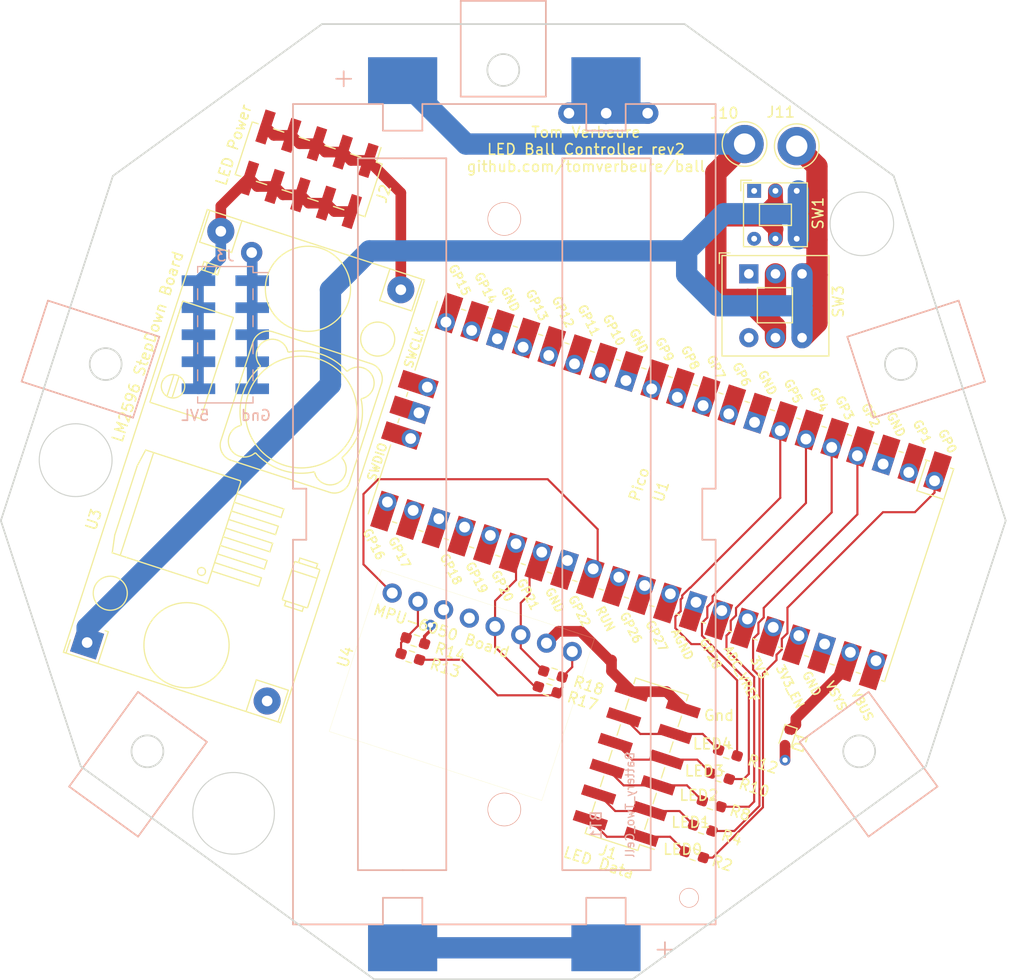
<source format=kicad_pcb>
(kicad_pcb (version 20221018) (generator pcbnew)
  (layers (0 "F.Cu" signal) (1 "In1.Cu" signal) (2 "In2.Cu" signal) (31 "B.Cu" signal) (34 "B.Paste" user) (35 "F.Paste" user) (36 "B.SilkS" user "B.Silkscreen") (37 "F.SilkS" user "F.Silkscreen") (38 "B.Mask" user) (39 "F.Mask" user) (44 "Edge.Cuts" user))
  (net 0 "")
  (net 18 "GND")
  (net 19 "+BATT")
  (net 20 "/LED0")
  (net 21 "/LED1")
  (net 22 "/LED2")
  (net 23 "/LED3")
  (net 24 "/LED4")
  (net 25 "+5VL")
  (net 26 "+5V")
  (net 28 "/LED0_PICO")
  (net 31 "/LED1_PICO")
  (net 33 "+3V3")
  (net 36 "/LED2_PICO")
  (net 38 "/LED3_PICO")
  (net 40 "/LED4_PICO")
  (net 42 "/INT")
  (net 43 "/SDA")
  (net 44 "/SCL")
  (net 48 "/BATT2BATT")
  (net 49 "/SW2PSU")
  (net 53 "/I2C_SEL")
  (footprint "Diode_SMD:D_SOD-523" (layer "F.Cu") (at 180.516312 106.13426 -108)
    (fp_text reference "D1")
    (fp_text value "PMEG3002AEB")
  )
  (footprint "MCU_RaspberryPi_and_Boards:RPi_Pico_SMD_TH" (layer "F.Cu") (at 168.649104 82.946978 -108)
    (fp_text reference "U1")
    (fp_text value "Pico")
  )
  (footprint "LM2596_Board:YAAJ_DCDC_StepDown_LM2596" (layer "F.Cu") (at 114.741549 97.150937 72)
    (fp_text reference "U3")
    (fp_text value "LM2596 StepDown Board")
  )
  (footprint "Resistor_SMD:R_0603_1608Metric_Pad0.98x0.95mm_HandSolder" (layer "F.Cu") (at 171.767839 117.081978 162)
    (fp_text reference "R2")
    (fp_text value "33")
  )
  (footprint "Connector_PinHeader_2.54mm:PinHeader_2x05_P2.54mm_Vertical_SMD" (layer "F.Cu") (at 135.551099 52.671224 -108)
    (fp_text reference "J2")
    (fp_text value "LED Power")
  )
  (footprint "TestPoint:TestPoint_Loop_D3.80mm_Drill2.0mm" (layer "F.Cu") (at 181.4 50.5)
    (fp_text reference "J11")
    (fp_text value "Conn_01x01")
  )
  (footprint "Switches:SW_Push_2P2T_Toggle_G_Switch-PS-5850A-6PL" (layer "F.Cu") (at 179.4 56.95)
    (fp_text reference "SW1")
    (fp_text value "PS-5850A-6PL")
  )
  (footprint "MPU-6050_Board:MPU-6050_Board_no_screw_holes" (layer "F.Cu") (at 149.938987 101.143711 -108)
    (fp_text reference "U4")
    (fp_text value "MPU-6050 Board")
  )
  (footprint "Resistor_SMD:R_0603_1608Metric_Pad0.98x0.95mm_HandSolder" (layer "F.Cu") (at 174.932161 107.518022 162)
    (fp_text reference "R12")
    (fp_text value "NC")
  )
  (footprint "Button_Switch_THT:SW_Push_2P2T_Toggle_CK_PVA2xxH2xxxxxxV2" (layer "F.Cu") (at 176.9 62.5)
    (fp_text reference "SW3")
    (fp_text value "PVA2-EE-H2")
  )
  (footprint "Resistor_SMD:R_0603_1608Metric_Pad0.98x0.95mm_HandSolder" (layer "F.Cu") (at 172.567839 114.581978 162)
    (fp_text reference "R4")
    (fp_text value "NC")
  )
  (footprint "Resistor_SMD:R_0603_1608Metric_Pad0.98x0.95mm_HandSolder" (layer "F.Cu") (at 174.1875 109.7 162)
    (fp_text reference "R10")
    (fp_text value "NC")
  )
  (footprint "Resistor_SMD:R_0603_1608Metric_Pad0.98x0.95mm_HandSolder" (layer "F.Cu") (at 145.567839 96.981978 162)
    (fp_text reference "R14")
    (fp_text value "0")
  )
  (footprint "Resistor_SMD:R_0603_1608Metric_Pad0.98x0.95mm_HandSolder" (layer "F.Cu") (at 158 101.5875 -18)
    (fp_text reference "R17")
    (fp_text value "10k")
  )
  (footprint "Connector_PinHeader_2.54mm:PinHeader_2x06_P2.54mm_Vertical_SMD" (layer "F.Cu") (at 166.37 108.585 162)
    (fp_text reference "J1")
    (fp_text value "LED Data")
  )
  (footprint "TestPoint:TestPoint_Loop_D3.80mm_Drill2.0mm" (layer "F.Cu") (at 176.5 50.3)
    (fp_text reference "J10")
    (fp_text value "Conn_01x01")
  )
  (footprint "Resistor_SMD:R_0603_1608Metric_Pad0.98x0.95mm_HandSolder" (layer "F.Cu") (at 173.4 112.3 162)
    (fp_text reference "R8")
    (fp_text value "NC")
  )
  (footprint "Resistor_SMD:R_0603_1608Metric_Pad0.98x0.95mm_HandSolder" (layer "F.Cu") (at 145.1 98.4875 -18)
    (fp_text reference "R13")
    (fp_text value "NC")
  )
  (footprint "Resistor_SMD:R_0603_1608Metric_Pad0.98x0.95mm_HandSolder" (layer "F.Cu") (at 158.5 100.1125 -18)
    (fp_text reference "R18")
    (fp_text value "10k")
  )
  (footprint "2x18650_battery_holder:battery_holder" (layer "B.Cu") (at 153.93 85.09 90)
    (fp_text reference "BT1")
    (fp_text value "Battery_Two_Cell")
  )
  (footprint "Connector_PinHeader_2.54mm:PinHeader_2x05_P2.54mm_Vertical_SMD" (layer "B.Cu") (at 127.725 68.22 180)
    (fp_text reference "J3")
    (fp_text value "LED Power")
  )
  (gr_line locked (start 125.993017 106.489779) (end 119.527345 115.388314) (stroke (width 0.16)) (layer "B.SilkS"))
  (gr_line locked (start 157.835498 45.842631) (end 149.835972 45.842631) (stroke (width 0.16)) (layer "B.SilkS"))
  (gr_line locked (start 111.06211 65.012646) (end 121.523658 68.412258) (stroke (width 0.16)) (layer "B.SilkS"))
  (gr_line locked (start 194.616502 110.686367) (end 188.14476 115.388365) (stroke (width 0.16)) (layer "B.SilkS"))
  (gr_line locked (start 181.678529 106.490033) (end 188.151237 101.787706) (stroke (width 0.16)) (layer "B.SilkS"))
  (gr_line locked (start 199.081365 72.621623) (end 188.61974 76.020803) (stroke (width 0.16)) (layer "B.SilkS"))
  (gr_line locked (start 157.835194 36.842217) (end 157.835498 45.842631) (stroke (width 0.16)) (layer "B.SilkS"))
  (gr_line locked (start 121.523658 68.412258) (end 119.051756 76.020473) (stroke (width 0.16)) (layer "B.SilkS"))
  (gr_line locked (start 149.835667 36.842217) (end 157.835194 36.842217) (stroke (width 0.16)) (layer "B.SilkS"))
  (gr_line locked (start 119.051756 76.020473) (end 108.590512 72.621851) (stroke (width 0.16)) (layer "B.SilkS"))
  (gr_line locked (start 186.147608 68.41236) (end 196.609233 65.013154) (stroke (width 0.16)) (layer "B.SilkS"))
  (gr_line locked (start 188.14476 115.388365) (end 181.678529 106.490033) (stroke (width 0.16)) (layer "B.SilkS"))
  (gr_line locked (start 188.61974 76.020803) (end 186.147608 68.41236) (stroke (width 0.16)) (layer "B.SilkS"))
  (gr_line locked (start 108.590512 72.621851) (end 111.06211 65.012646) (stroke (width 0.16)) (layer "B.SilkS"))
  (gr_line locked (start 196.609233 65.013154) (end 199.081365 72.621623) (stroke (width 0.16)) (layer "B.SilkS"))
  (gr_line locked (start 188.151237 101.787706) (end 194.616502 110.686367) (stroke (width 0.16)) (layer "B.SilkS"))
  (gr_line locked (start 113.054587 110.686367) (end 119.521173 101.787554) (stroke (width 0.16)) (layer "B.SilkS"))
  (gr_line locked (start 119.521173 101.787554) (end 125.993017 106.489779) (stroke (width 0.16)) (layer "B.SilkS"))
  (gr_line locked (start 119.527345 115.388314) (end 113.054587 110.686367) (stroke (width 0.16)) (layer "B.SilkS"))
  (gr_line locked (start 149.835972 45.842631) (end 149.835667 36.842217) (stroke (width 0.16)) (layer "B.SilkS"))
  (gr_circle locked (center 191.187905 70.980509) (end 191.651431 72.407094) (stroke (width 0.16)) (fill none) (layer "Edge.Cuts"))
  (gr_line locked (start 114.137967 108.775046) (end 106.638125 85.692904) (stroke (width 0.16)) (layer "Edge.Cuts"))
  (gr_line locked (start 201.03294 85.692271) (end 193.533025 108.775653) (stroke (width 0.16)) (layer "Edge.Cuts"))
  (gr_circle (center 187.516193 57.8) (end 190.416729 58.5) (stroke (width 0.1)) (fill none) (layer "Edge.Cuts"))
  (gr_line locked (start 136.801515 39.025856) (end 170.869719 39.025168) (stroke (width 0.16)) (layer "Edge.Cuts"))
  (gr_line locked (start 117.165905 53.291819) (end 136.801515 39.025856) (stroke (width 0.16)) (layer "Edge.Cuts"))
  (gr_circle (center 128.5 113.2) (end 124.7 112.690128) (stroke (width 0.1)) (fill none) (layer "Edge.Cuts"))
  (gr_circle locked (center 116.483585 70.980409) (end 116.94711 72.406994) (stroke (width 0.16)) (fill none) (layer "Edge.Cuts"))
  (gr_line locked (start 170.869719 39.025168) (end 190.505349 53.291678) (stroke (width 0.16)) (layer "Edge.Cuts"))
  (gr_line locked (start 106.638125 85.692904) (end 117.165905 53.291819) (stroke (width 0.16)) (layer "Edge.Cuts"))
  (gr_circle locked (center 153.836052 43.342149) (end 154.299578 44.768734) (stroke (width 0.16)) (fill none) (layer "Edge.Cuts"))
  (gr_line locked (start 190.505349 53.291678) (end 201.03294 85.692271) (stroke (width 0.16)) (layer "Edge.Cuts"))
  (gr_line locked (start 165.970865 128.799885) (end 141.7 128.8) (stroke (width 0.16)) (layer "Edge.Cuts"))
  (gr_circle locked (center 187.266359 107.374587) (end 187.729885 108.801171) (stroke (width 0.16)) (fill none) (layer "Edge.Cuts"))
  (gr_circle (center 113.665 80.01) (end 110.49 81.28) (stroke (width 0.1)) (fill none) (layer "Edge.Cuts"))
  (gr_line locked (start 193.533025 108.775653) (end 165.970865 128.799885) (stroke (width 0.16)) (layer "Edge.Cuts"))
  (gr_circle locked (center 120.405978 107.37458) (end 120.869503 108.801165) (stroke (width 0.16)) (fill none) (layer "Edge.Cuts"))
  (gr_line locked (start 141.7 128.8) (end 114.137967 108.775046) (stroke (width 0.16)) (layer "Edge.Cuts"))
  (gr_text "5VL" (at 124.9 75.8) (layer "B.SilkS") (effects (font (size 1 1)) (justify mirror)))
  (gr_text "Gnd" (at 130.6 75.8) (layer "B.SilkS") (effects (font (size 1 1)) (justify mirror)))
  (gr_text "LED3" (at 172.72 109.22) (layer "F.SilkS") (effects (font (size 1 1))))
  (gr_text "Gnd" (at 174.1 104) (layer "F.SilkS") (effects (font (size 1 1))))
  (gr_text "LED0" (at 170.688 116.586) (layer "F.SilkS") (effects (font (size 1 1))))
  (gr_text "LED4" (at 173.482 106.68) (layer "F.SilkS") (effects (font (size 1 1))))
  (gr_text "Tom Verbeure\nLED Ball Controller rev2\ngithub.com/tomverbeure/ball" (at 161.6 50.8) (layer "F.SilkS") (effects (font (size 1 1))))
  (gr_text "LED1" (at 171.45 114.046) (layer "F.SilkS") (effects (font (size 1 1))))
  (gr_text "LED2" (at 172.212 111.506) (layer "F.SilkS") (effects (font (size 1 1))))
  (segment (start 161.096791 96.094322) (end 159.009198 96.094322) (width 1) (layer "F.Cu") (net 18))
  (segment (start 146.435678 97.263956) (end 146.435678 96.564322) (width 0.3) (layer "F.Cu") (net 18))
  (segment (start 132.284903 49.484903) (end 131.5 48.7) (width 1) (layer "F.Cu") (net 18))
  (segment (start 164 99.834683) (end 164 98.8) (width 1) (layer "F.Cu") (net 18))
  (segment (start 141.162734 51.839613) (end 139.531954 51.839613) (width 1) (layer "F.Cu") (net 18))
  (segment (start 133.915683 49.484903) (end 132.284903 49.484903) (width 1) (layer "F.Cu") (net 18))
  (segment (start 163.802469 98.8) (end 161.096791 96.094322) (width 1) (layer "F.Cu") (net 18))
  (segment (start 137.11627 51.054709) (end 136.331367 50.269806) (width 1) (layer "F.Cu") (net 18))
  (segment (start 169.17314 101.765523) (end 170.733676 103.326059) (width 1) (layer "F.Cu") (net 18))
  (segment (start 141.162734 51.839613) (end 144.209785 54.886664) (width 1) (layer "F.Cu") (net 18))
  (segment (start 136.331367 50.269806) (end 134.700586 50.269806) (width 1) (layer "F.Cu") (net 18))
  (segment (start 165.93084 101.765523) (end 164 99.834683) (width 1) (layer "F.Cu") (net 18))
  (segment (start 144.209785 54.886664) (end 144.209785 63.994322) (width 1) (layer "F.Cu") (net 18))
  (segment (start 139.531954 51.839613) (end 138.74705 51.054709) (width 1) (layer "F.Cu") (net 18))
  (segment (start 159.009198 96.094322) (end 157.894101 97.209419) (width 1) (layer "F.Cu") (net 18))
  (segment (start 164 98.8) (end 163.802469 98.8) (width 1) (layer "F.Cu") (net 18))
  (segment (start 146.992007 96.007993) (end 146.992007 95.509284) (width 0.3) (layer "F.Cu") (net 18))
  (segment (start 138.74705 51.054709) (end 137.11627 51.054709) (width 1) (layer "F.Cu") (net 18))
  (segment (start 146.435678 96.564322) (end 146.992007 96.007993) (width 0.3) (layer "F.Cu") (net 18))
  (segment (start 134.700586 50.269806) (end 133.915683 49.484903) (width 1) (layer "F.Cu") (net 18))
  (segment (start 165.93084 101.765523) (end 169.17314 101.765523) (width 1) (layer "F.Cu") (net 18))
  (via (at 167.4 47.4) (size 2) (drill 1) (layers "F.Cu" "B.Cu") (net 18))
  (via (at 160 47.4) (size 2) (drill 1) (layers "F.Cu" "B.Cu") (net 18))
  (via (at 146.992007 95.509284) (size 1) (drill 0.5) (layers "F.Cu" "B.Cu") (net 18))
  (via (at 163.5 47.4) (size 2) (drill 1) (layers "F.Cu" "B.Cu") (net 18))
  (via (at 130.2 60.5) (size 2) (drill 1) (layers "F.Cu" "B.Cu") (net 18))
  (segment (start 130.25 60.55) (end 130.2 60.5) (width 1) (layer "B.Cu") (net 18))
  (segment (start 163.48 47.42) (end 163.48 44.34) (width 2) (layer "B.Cu") (net 18))
  (segment (start 130.25 70.76) (end 130.25 73.3) (width 1) (layer "B.Cu") (net 18))
  (segment (start 130.25 63.14) (end 130.25 60.55) (width 1) (layer "B.Cu") (net 18))
  (segment (start 130.25 63.14) (end 130.25 65.68) (width 1) (layer "B.Cu") (net 18))
  (segment (start 130.25 68.22) (end 130.25 70.76) (width 1) (layer "B.Cu") (net 18))
  (segment (start 163.5 47.4) (end 160 47.4) (width 2) (layer "B.Cu") (net 18))
  (segment (start 163.48 47.42) (end 163.5 47.4) (width 2) (layer "B.Cu") (net 18))
  (segment (start 130.25 65.68) (end 130.25 68.22) (width 1) (layer "B.Cu") (net 18))
  (segment (start 163.5 47.4) (end 167.4 47.4) (width 2) (layer "B.Cu") (net 18))
  (segment (start 179.4 59.2) (end 179.4 58.3) (width 1.4) (layer "F.Cu") (net 19))
  (segment (start 179.4 64.8) (end 179.4 62.5) (width 2) (layer "F.Cu") (net 19))
  (segment (start 179.4 67.5) (end 179.4 68.5) (width 2) (layer "F.Cu") (net 19))
  (segment (start 179.3 64.9) (end 179.4 64.8) (width 2) (layer "F.Cu") (net 19))
  (segment (start 176.8 64.9) (end 179.3 64.9) (width 2) (layer "F.Cu") (net 19))
  (segment (start 173.85 57.05) (end 178.15 57.05) (width 2) (layer "F.Cu") (net 19))
  (segment (start 173.8 57.1) (end 173.8 64.5) (width 2) (layer "F.Cu") (net 19))
  (segment (start 173.8 53) (end 173.8 57.1) (width 2) (layer "F.Cu") (net 19))
  (segment (start 179.4 58.3) (end 178.15 57.05) (width 1.5) (layer "F.Cu") (net 19))
  (segment (start 174.2 64.9) (end 176.8 64.9) (width 2) (layer "F.Cu") (net 19))
  (segment (start 176.5 50.3) (end 173.8 53) (width 2) (layer "F.Cu") (net 19))
  (segment (start 178.15 57.05) (end 178.2 57.1) (width 2) (layer "F.Cu") (net 19))
  (segment (start 173.8 57.1) (end 173.85 57.05) (width 2) (layer "F.Cu") (net 19))
  (segment (start 173.8 64.5) (end 174.2 64.9) (width 2) (layer "F.Cu") (net 19))
  (segment (start 176.8 64.9) (end 179.4 67.5) (width 2) (layer "F.Cu") (net 19))
  (segment (start 179.4 55.8) (end 178.15 57.05) (width 1.5) (layer "F.Cu") (net 19))
  (segment (start 179.4 54.7) (end 179.4 55.8) (width 1.4) (layer "F.Cu") (net 19))
  (segment (start 150.34 50.3) (end 144.38 44.34) (width 2) (layer "B.Cu") (net 19))
  (segment (start 176.5 50.3) (end 150.34 50.3) (width 2) (layer "B.Cu") (net 19))
  (segment (start 169.504477 115.404477) (end 166.80916 115.404477) (width 0.2) (layer "F.Cu") (net 20))
  (segment (start 166.80916 115.404477) (end 163.56686 115.404477) (width 0.2) (layer "F.Cu") (net 20))
  (segment (start 163.56686 115.404477) (end 162.006324 113.843941) (width 0.2) (layer "F.Cu") (net 20))
  (segment (start 170.9 116.8) (end 169.504477 115.404477) (width 0.2) (layer "F.Cu") (net 20))
  (segment (start 167.594063 112.988793) (end 164.351764 112.988793) (width 0.2) (layer "F.Cu") (net 21))
  (segment (start 164.351764 112.988793) (end 162.791228 111.428257) (width 0.2) (layer "F.Cu") (net 21))
  (segment (start 170.388793 112.988793) (end 167.594063 112.988793) (width 0.2) (layer "F.Cu") (net 21))
  (segment (start 171.7 114.3) (end 170.388793 112.988793) (width 0.2) (layer "F.Cu") (net 21))
  (segment (start 168.378966 110.57311) (end 165.136667 110.57311) (width 0.2) (layer "F.Cu") (net 22))
  (segment (start 172.532161 112.018022) (end 171.087249 110.57311) (width 0.2) (layer "F.Cu") (net 22))
  (segment (start 165.136667 110.57311) (end 163.576131 109.012574) (width 0.2) (layer "F.Cu") (net 22))
  (segment (start 171.087249 110.57311) (end 168.378966 110.57311) (width 0.2) (layer "F.Cu") (net 22))
  (segment (start 169.163869 108.157426) (end 165.92157 108.157426) (width 0.2) (layer "F.Cu") (net 23))
  (segment (start 173.319661 109.418022) (end 172.059065 108.157426) (width 0.2) (layer "F.Cu") (net 23))
  (segment (start 165.92157 108.157426) (end 164.361034 106.59689) (width 0.2) (layer "F.Cu") (net 23))
  (segment (start 172.059065 108.157426) (end 169.163869 108.157426) (width 0.2) (layer "F.Cu") (net 23))
  (segment (start 174.064322 107.236044) (end 172.570021 105.741743) (width 0.2) (layer "F.Cu") (net 24))
  (segment (start 166.706473 105.741743) (end 165.145937 104.181207) (width 0.2) (layer "F.Cu") (net 24))
  (segment (start 172.570021 105.741743) (end 169.948772 105.741743) (width 0.2) (layer "F.Cu") (net 24))
  (segment (start 169.948772 105.741743) (end 166.706473 105.741743) (width 0.2) (layer "F.Cu") (net 24))
  (segment (start 137.971418 56.642448) (end 137.186515 55.857545) (width 1) (layer "F.Cu") (net 25))
  (segment (start 132.355148 54.287739) (end 130.724368 54.287739) (width 1) (layer "F.Cu") (net 25))
  (segment (start 127.3 58.5) (end 127.3 56.142299) (width 1) (layer "F.Cu") (net 25))
  (segment (start 134.770831 55.072642) (end 133.140051 55.072642) (width 1) (layer "F.Cu") (net 25))
  (segment (start 180.3 106.8) (end 180.3 108.2) (width 1) (layer "F.Cu") (net 25))
  (segment (start 130.724368 54.287739) (end 129.939464 53.502835) (width 1) (layer "F.Cu") (net 25))
  (segment (start 135.555734 55.857545) (end 134.770831 55.072642) (width 1) (layer "F.Cu") (net 25))
  (segment (start 139.602198 56.642448) (end 137.971418 56.642448) (width 1) (layer "F.Cu") (net 25))
  (segment (start 133.140051 55.072642) (end 132.355148 54.287739) (width 1) (layer "F.Cu") (net 25))
  (segment (start 127.3 56.142299) (end 129.939464 53.502835) (width 1) (layer "F.Cu") (net 25))
  (segment (start 137.186515 55.857545) (end 135.555734 55.857545) (width 1) (layer "F.Cu") (net 25))
  (via (at 180.3 108.2) (size 1) (drill 0.5) (layers "F.Cu" "B.Cu") (net 25))
  (segment (start 125.2 63.14) (end 125.2 65.68) (width 1) (layer "B.Cu") (net 25))
  (segment (start 125.2 70.76) (end 125.2 73.3) (width 1) (layer "B.Cu") (net 25))
  (segment (start 125.2 65.68) (end 125.2 68.22) (width 1) (layer "B.Cu") (net 25))
  (segment (start 125.2 68.22) (end 125.2 70.76) (width 1) (layer "B.Cu") (net 25))
  (segment (start 127.3 58.5) (end 127.3 61.04) (width 1) (layer "B.Cu") (net 25))
  (segment (start 127.3 61.04) (end 125.2 63.14) (width 1) (layer "B.Cu") (net 25))
  (segment (start 181.315439 104.3) (end 186.435253 99.180186) (width 1) (layer "F.Cu") (net 26))
  (segment (start 180.901144 105.3) (end 180.732624 105.3) (width 1) (layer "F.Cu") (net 26))
  (segment (start 181.315439 104.3) (end 181.315439 104.885705) (width 1) (layer "F.Cu") (net 26))
  (segment (start 186.435253 99.180186) (end 186.435253 98.073547) (width 1) (layer "F.Cu") (net 26))
  (segment (start 181.315439 104.885705) (end 180.901144 105.3) (width 1) (layer "F.Cu") (net 26))
  (segment (start 172.635678 117.363956) (end 173.497786 117.363956) (width 0.2) (layer "F.Cu") (net 28))
  (segment (start 180 96.8) (end 180.526886 96.273114) (width 0.2) (layer "F.Cu") (net 28))
  (segment (start 192.5 84.9) (end 194.345259 83.054741) (width 0.2) (layer "F.Cu") (net 28))
  (segment (start 189.5 84.9) (end 192.5 84.9) (width 0.2) (layer "F.Cu") (net 28))
  (segment (start 178.226501 112.635241) (end 178.226501 100.073499) (width 0.2) (layer "F.Cu") (net 28))
  (segment (start 180 97.8) (end 180 96.8) (width 0.2) (layer "F.Cu") (net 28))
  (segment (start 179.5 98.3) (end 180 97.8) (width 0.2) (layer "F.Cu") (net 28))
  (segment (start 194.345259 83.054741) (end 194.345259 81.948666) (width 0.2) (layer "F.Cu") (net 28))
  (segment (start 173.497786 117.363956) (end 178.226501 112.635241) (width 0.2) (layer "F.Cu") (net 28))
  (segment (start 178.226501 100.073499) (end 179.5 98.8) (width 0.2) (layer "F.Cu") (net 28))
  (segment (start 179.5 98.8) (end 179.5 98.3) (width 0.2) (layer "F.Cu") (net 28))
  (segment (start 180.526886 93.873114) (end 189.5 84.9) (width 0.2) (layer "F.Cu") (net 28))
  (segment (start 180.526886 96.273114) (end 180.526886 93.873114) (width 0.2) (layer "F.Cu") (net 28))
  (segment (start 187.098208 85.101792) (end 187.098208 79.593956) (width 0.2) (layer "F.Cu") (net 31))
  (segment (start 175.536044 114.863956) (end 177.9 112.5) (width 0.2) (layer "F.Cu") (net 31))
  (segment (start 178.3 93.9) (end 187.098208 85.101792) (width 0.2) (layer "F.Cu") (net 31))
  (segment (start 177.8 96.3) (end 177.8 95.3) (width 0.2) (layer "F.Cu") (net 31))
  (segment (start 173.435678 114.863956) (end 175.536044 114.863956) (width 0.2) (layer "F.Cu") (net 31))
  (segment (start 177.8 95.3) (end 178.3 94.8) (width 0.2) (layer "F.Cu") (net 31))
  (segment (start 177.3 99.7) (end 177.3 96.8) (width 0.2) (layer "F.Cu") (net 31))
  (segment (start 177.3 96.8) (end 177.8 96.3) (width 0.2) (layer "F.Cu") (net 31))
  (segment (start 177.9 100.3) (end 177.3 99.7) (width 0.2) (layer "F.Cu") (net 31))
  (segment (start 178.3 94.8) (end 178.3 93.9) (width 0.2) (layer "F.Cu") (net 31))
  (segment (start 177.9 112.5) (end 177.9 100.3) (width 0.2) (layer "F.Cu") (net 31))
  (segment (start 145.967839 98.769478) (end 149.969478 98.769478) (width 0.2) (layer "F.Cu") (net 33))
  (segment (start 158.627444 102.109873) (end 158.867839 101.869478) (width 0.2) (layer "F.Cu") (net 33))
  (segment (start 149.969478 98.769478) (end 153.309873 102.109873) (width 0.2) (layer "F.Cu") (net 33))
  (segment (start 153.309873 102.109873) (end 158.627444 102.109873) (width 0.2) (layer "F.Cu") (net 33))
  (segment (start 159.367839 100.394478) (end 159.367839 101.369478) (width 0.2) (layer "F.Cu") (net 33))
  (segment (start 160.309785 99.452532) (end 159.367839 100.394478) (width 0.2) (layer "F.Cu") (net 33))
  (segment (start 160.309785 97.994322) (end 160.309785 99.452532) (width 0.2) (layer "F.Cu") (net 33))
  (segment (start 159.367839 101.369478) (end 158.867839 101.869478) (width 0.2) (layer "F.Cu") (net 33))
  (segment (start 184.682525 84.917475) (end 184.682525 78.809053) (width 0.2) (layer "F.Cu") (net 36))
  (segment (start 174.8 97.8) (end 174.8 96.5) (width 0.2) (layer "F.Cu") (net 36))
  (segment (start 174.267839 112.581978) (end 176.918022 112.581978) (width 0.2) (layer "F.Cu") (net 36))
  (segment (start 175.695519 94.604481) (end 175.695519 93.904481) (width 0.2) (layer "F.Cu") (net 36))
  (segment (start 175.2 96.1) (end 175.2 95.1) (width 0.2) (layer "F.Cu") (net 36))
  (segment (start 176.918022 112.581978) (end 177.4 112.1) (width 0.2) (layer "F.Cu") (net 36))
  (segment (start 174.8 96.5) (end 175.2 96.1) (width 0.2) (layer "F.Cu") (net 36))
  (segment (start 177.4 100.4) (end 174.8 97.8) (width 0.2) (layer "F.Cu") (net 36))
  (segment (start 175.2 95.1) (end 175.695519 94.604481) (width 0.2) (layer "F.Cu") (net 36))
  (segment (start 175.695519 93.904481) (end 184.682525 84.917475) (width 0.2) (layer "F.Cu") (net 36))
  (segment (start 177.4 112.1) (end 177.4 100.4) (width 0.2) (layer "F.Cu") (net 36))
  (segment (start 172.5 95.3) (end 173 94.8) (width 0.2) (layer "F.Cu") (net 38))
  (segment (start 175.055339 109.981978) (end 176.418022 109.981978) (width 0.2) (layer "F.Cu") (net 38))
  (segment (start 173 93.8) (end 173.5 93.3) (width 0.2) (layer "F.Cu") (net 38))
  (segment (start 172.5 96.5) (end 172.5 95.3) (width 0.2) (layer "F.Cu") (net 38))
  (segment (start 173 94.8) (end 173 93.8) (width 0.2) (layer "F.Cu") (net 38))
  (segment (start 182.266841 84.033159) (end 182.266841 78.02415) (width 0.2) (layer "F.Cu") (net 38))
  (segment (start 176.9 100.9) (end 172.5 96.5) (width 0.2) (layer "F.Cu") (net 38))
  (segment (start 173.5 92.8) (end 182.266841 84.033159) (width 0.2) (layer "F.Cu") (net 38))
  (segment (start 176.9 109.5) (end 176.9 100.9) (width 0.2) (layer "F.Cu") (net 38))
  (segment (start 173.5 93.3) (end 173.5 92.8) (width 0.2) (layer "F.Cu") (net 38))
  (segment (start 176.418022 109.981978) (end 176.9 109.5) (width 0.2) (layer "F.Cu") (net 38))
  (segment (start 170.5 93.1) (end 170.64309 92.95691) (width 0.2) (layer "F.Cu") (net 40))
  (segment (start 171.367456 92) (end 171.4 92) (width 0.2) (layer "F.Cu") (net 40))
  (segment (start 170 94.7) (end 170.5 94.2) (width 0.2) (layer "F.Cu") (net 40))
  (segment (start 175.8 100.7) (end 172.4 97.3) (width 0.2) (layer "F.Cu") (net 40))
  (segment (start 171.5 97.3) (end 170 95.8) (width 0.2) (layer "F.Cu") (net 40))
  (segment (start 170.64309 92.724366) (end 171.367456 92) (width 0.2) (layer "F.Cu") (net 40))
  (segment (start 172.4 97.3) (end 171.5 97.3) (width 0.2) (layer "F.Cu") (net 40))
  (segment (start 175.8 107.8) (end 175.8 100.7) (width 0.2) (layer "F.Cu") (net 40))
  (segment (start 170.5 94.2) (end 170.5 93.1) (width 0.2) (layer "F.Cu") (net 40))
  (segment (start 171.4 92) (end 179.851158 83.548842) (width 0.2) (layer "F.Cu") (net 40))
  (segment (start 170 95.8) (end 170 94.7) (width 0.2) (layer "F.Cu") (net 40))
  (segment (start 170.64309 92.95691) (end 170.64309 92.724366) (width 0.2) (layer "F.Cu") (net 40))
  (segment (start 179.851158 83.548842) (end 179.851158 77.239247) (width 0.2) (layer "F.Cu") (net 40))
  (segment (start 142.1 81.8) (end 158 81.8) (width 0.2) (layer "F.Cu") (net 42))
  (segment (start 162.7 89.802934) (end 162.278418 90.224516) (width 0.2) (layer "F.Cu") (net 42))
  (segment (start 140.7 83.2) (end 142.1 81.8) (width 0.2) (layer "F.Cu") (net 42))
  (segment (start 162.7 86.5) (end 162.7 89.802934) (width 0.2) (layer "F.Cu") (net 42))
  (segment (start 158 81.8) (end 162.7 86.5) (width 0.2) (layer "F.Cu") (net 42))
  (segment (start 143.4 92.5) (end 140.7 89.8) (width 0.2) (layer "F.Cu") (net 42))
  (segment (start 140.7 89.8) (end 140.7 83.2) (width 0.2) (layer "F.Cu") (net 42))
  (segment (start 153.062734 97.562734) (end 153.062734 95.639612) (width 0.2) (layer "F.Cu") (net 43))
  (segment (start 156.805522 101.305522) (end 153.062734 97.562734) (width 0.2) (layer "F.Cu") (net 43))
  (segment (start 155.031367 91.268633) (end 155.031367 87.869806) (width 0.2) (layer "F.Cu") (net 43))
  (segment (start 153.062734 95.639612) (end 153.062734 93.237266) (width 0.2) (layer "F.Cu") (net 43))
  (segment (start 157.132161 101.305522) (end 156.805522 101.305522) (width 0.2) (layer "F.Cu") (net 43))
  (segment (start 153.062734 93.237266) (end 155.031367 91.268633) (width 0.2) (layer "F.Cu") (net 43))
  (segment (start 155.478418 97.676779) (end 155.478418 96.424515) (width 0.2) (layer "F.Cu") (net 44))
  (segment (start 155.478418 93.421582) (end 156.3 92.6) (width 0.2) (layer "F.Cu") (net 44))
  (segment (start 156.3 89.801759) (end 157.44705 88.654709) (width 0.2) (layer "F.Cu") (net 44))
  (segment (start 156.3 92.6) (end 156.3 89.801759) (width 0.2) (layer "F.Cu") (net 44))
  (segment (start 155.478418 96.424515) (end 155.478418 93.421582) (width 0.2) (layer "F.Cu") (net 44))
  (segment (start 157.632161 99.830522) (end 155.478418 97.676779) (width 0.2) (layer "F.Cu") (net 44))
  (segment (start 144.38 125.84) (end 163.48 125.84) (width 2) (layer "B.Cu") (net 48))
  (segment (start 181.55 59.3) (end 183.3 59.3) (width 1.6) (layer "F.Cu") (net 49))
  (segment (start 183.3 62.6) (end 183.3 67.1) (width 2) (layer "F.Cu") (net 49))
  (segment (start 183.3 54.7) (end 181.55 54.7) (width 1.6) (layer "F.Cu") (net 49))
  (segment (start 183.3 52.4) (end 181.4 50.5) (width 2) (layer "F.Cu") (net 49))
  (segment (start 183.3 59.3) (end 183.3 62.6) (width 2) (layer "F.Cu") (net 49))
  (segment (start 183.3 52.4) (end 183.3 54.7) (width 2) (layer "F.Cu") (net 49))
  (segment (start 181.55 59.3) (end 181.55 59.2) (width 1.6) (layer "F.Cu") (net 49))
  (segment (start 183.2 62.5) (end 181.9 62.5) (width 2) (layer "F.Cu") (net 49))
  (segment (start 183.3 62.6) (end 183.2 62.5) (width 2) (layer "F.Cu") (net 49))
  (segment (start 183.3 54.7) (end 183.3 59.3) (width 2) (layer "F.Cu") (net 49))
  (segment (start 183.3 67.1) (end 181.9 68.5) (width 2) (layer "F.Cu") (net 49))
  (segment (start 181.25 56.85) (end 181.55 56.55) (width 2) (layer "B.Cu") (net 49))
  (segment (start 141.26 60.34) (end 137.6 64) (width 2) (layer "B.Cu") (net 49))
  (segment (start 181.7 65.5) (end 181.9 65.3) (width 2) (layer "B.Cu") (net 49))
  (segment (start 171.06 62.56) (end 174 65.5) (width 2) (layer "B.Cu") (net 49))
  (segment (start 181.9 65.7) (end 181.9 68.5) (width 2) (layer "B.Cu") (net 49))
  (segment (start 171.06 60.34) (end 141.26 60.34) (width 2) (layer "B.Cu") (net 49))
  (segment (start 137.6 64) (end 137.6 72.9) (width 2) (layer "B.Cu") (net 49))
  (segment (start 181.55 56.55) (end 181.55 54.7) (width 2) (layer "B.Cu") (net 49))
  (segment (start 181.9 65.3) (end 181.9 62.5) (width 2) (layer "B.Cu") (net 49))
  (segment (start 181.7 65.5) (end 181.9 65.7) (width 2) (layer "B.Cu") (net 49))
  (segment (start 174.55 56.85) (end 171.06 60.34) (width 2) (layer "B.Cu") (net 49))
  (segment (start 181.9 62.5) (end 181.9 62.687006) (width 1) (layer "B.Cu") (net 49))
  (segment (start 181.55 57.15) (end 181.55 59.2) (width 2) (layer "B.Cu") (net 49))
  (segment (start 114.741549 95.758451) (end 114.741549 97.150937) (width 2) (layer "B.Cu") (net 49))
  (segment (start 137.6 72.9) (end 114.741549 95.758451) (width 2) (layer "B.Cu") (net 49))
  (segment (start 174 65.5) (end 181.7 65.5) (width 2) (layer "B.Cu") (net 49))
  (segment (start 181.25 56.85) (end 174.55 56.85) (width 2) (layer "B.Cu") (net 49))
  (segment (start 171.06 60.34) (end 171.06 62.56) (width 2) (layer "B.Cu") (net 49))
  (segment (start 181.25 56.85) (end 181.55 57.15) (width 2) (layer "B.Cu") (net 49))
  (segment (start 145.815683 93.284903) (end 145.815683 95.584317) (width 0.2) (layer "F.Cu") (net 53))
  (segment (start 145.815683 95.584317) (end 144.7 96.7) (width 0.2) (layer "F.Cu") (net 53))
  (segment (start 144.232161 97.167839) (end 144.7 96.7) (width 0.2) (layer "F.Cu") (net 53))
  (segment (start 144.232161 98.205522) (end 144.232161 97.167839) (width 0.2) (layer "F.Cu") (net 53))
)
</source>
